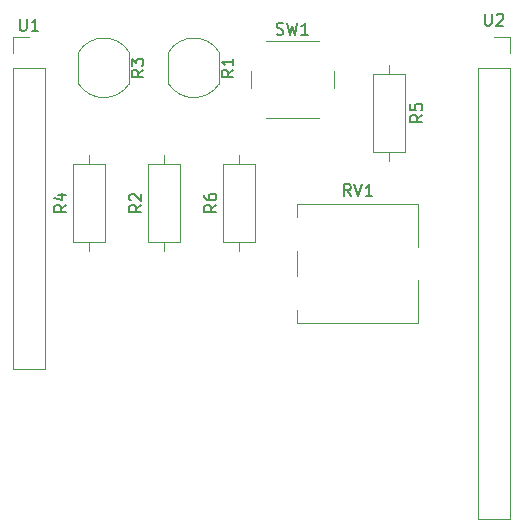
<source format=gbr>
G04 #@! TF.GenerationSoftware,KiCad,Pcbnew,(5.0.1)-4*
G04 #@! TF.CreationDate,2018-12-10T10:09:48+10:00*
G04 #@! TF.ProjectId,timer,74696D65722E6B696361645F70636200,rev?*
G04 #@! TF.SameCoordinates,Original*
G04 #@! TF.FileFunction,Legend,Top*
G04 #@! TF.FilePolarity,Positive*
%FSLAX46Y46*%
G04 Gerber Fmt 4.6, Leading zero omitted, Abs format (unit mm)*
G04 Created by KiCad (PCBNEW (5.0.1)-4) date 10-Dec-18 10:09:48 AM*
%MOMM*%
%LPD*%
G01*
G04 APERTURE LIST*
%ADD10C,0.120000*%
%ADD11C,0.150000*%
G04 APERTURE END LIST*
D10*
G04 #@! TO.C,R1*
X132487856Y-76288027D02*
G75*
G03X136770000Y-76260000I2132144J1378027D01*
G01*
X136754388Y-73584524D02*
G75*
G03X132470000Y-73610000I-2134388J-1325476D01*
G01*
X136770000Y-73610000D02*
X136770000Y-76260000D01*
X132470000Y-73610000D02*
X132470000Y-76260000D01*
G04 #@! TO.C,R2*
X132080000Y-82320000D02*
X132080000Y-83090000D01*
X132080000Y-90400000D02*
X132080000Y-89630000D01*
X130710000Y-83090000D02*
X130710000Y-89630000D01*
X133450000Y-83090000D02*
X130710000Y-83090000D01*
X133450000Y-89630000D02*
X133450000Y-83090000D01*
X130710000Y-89630000D02*
X133450000Y-89630000D01*
G04 #@! TO.C,R3*
X124850000Y-73610000D02*
X124850000Y-76260000D01*
X129150000Y-73610000D02*
X129150000Y-76260000D01*
X129134388Y-73584524D02*
G75*
G03X124850000Y-73610000I-2134388J-1325476D01*
G01*
X124867856Y-76288027D02*
G75*
G03X129150000Y-76260000I2132144J1378027D01*
G01*
G04 #@! TO.C,R4*
X124360000Y-89630000D02*
X127100000Y-89630000D01*
X127100000Y-89630000D02*
X127100000Y-83090000D01*
X127100000Y-83090000D02*
X124360000Y-83090000D01*
X124360000Y-83090000D02*
X124360000Y-89630000D01*
X125730000Y-90400000D02*
X125730000Y-89630000D01*
X125730000Y-82320000D02*
X125730000Y-83090000D01*
G04 #@! TO.C,R5*
X152500000Y-75470000D02*
X149760000Y-75470000D01*
X149760000Y-75470000D02*
X149760000Y-82010000D01*
X149760000Y-82010000D02*
X152500000Y-82010000D01*
X152500000Y-82010000D02*
X152500000Y-75470000D01*
X151130000Y-74700000D02*
X151130000Y-75470000D01*
X151130000Y-82780000D02*
X151130000Y-82010000D01*
G04 #@! TO.C,R6*
X138430000Y-82320000D02*
X138430000Y-83090000D01*
X138430000Y-90400000D02*
X138430000Y-89630000D01*
X137060000Y-83090000D02*
X137060000Y-89630000D01*
X139800000Y-83090000D02*
X137060000Y-83090000D01*
X139800000Y-89630000D02*
X139800000Y-83090000D01*
X137060000Y-89630000D02*
X139800000Y-89630000D01*
G04 #@! TO.C,RV1*
X143390000Y-86459000D02*
X153630000Y-86459000D01*
X143390000Y-96500000D02*
X153630000Y-96500000D01*
X143390000Y-86459000D02*
X143390000Y-87554000D01*
X143390000Y-90406000D02*
X143390000Y-92555000D01*
X143390000Y-95405000D02*
X143390000Y-96500000D01*
X153630000Y-86459000D02*
X153630000Y-90055000D01*
X153630000Y-92905000D02*
X153630000Y-96500000D01*
G04 #@! TO.C,SW1*
X140700000Y-79160000D02*
X145200000Y-79160000D01*
X139450000Y-75160000D02*
X139450000Y-76660000D01*
X145200000Y-72660000D02*
X140700000Y-72660000D01*
X146450000Y-76660000D02*
X146450000Y-75160000D01*
G04 #@! TO.C,U1*
X119320000Y-100390000D02*
X121980000Y-100390000D01*
X119320000Y-74930000D02*
X119320000Y-100390000D01*
X121980000Y-74930000D02*
X121980000Y-100390000D01*
X119320000Y-74930000D02*
X121980000Y-74930000D01*
X119320000Y-73660000D02*
X119320000Y-72330000D01*
X119320000Y-72330000D02*
X120650000Y-72330000D01*
G04 #@! TO.C,U2*
X158690000Y-74930000D02*
X161350000Y-74930000D01*
X158690000Y-74930000D02*
X158690000Y-113090000D01*
X158690000Y-113090000D02*
X161350000Y-113090000D01*
X161350000Y-74930000D02*
X161350000Y-113090000D01*
X161350000Y-72330000D02*
X161350000Y-73660000D01*
X160020000Y-72330000D02*
X161350000Y-72330000D01*
G04 #@! TO.C,R1*
D11*
X137972380Y-75096666D02*
X137496190Y-75430000D01*
X137972380Y-75668095D02*
X136972380Y-75668095D01*
X136972380Y-75287142D01*
X137020000Y-75191904D01*
X137067619Y-75144285D01*
X137162857Y-75096666D01*
X137305714Y-75096666D01*
X137400952Y-75144285D01*
X137448571Y-75191904D01*
X137496190Y-75287142D01*
X137496190Y-75668095D01*
X137972380Y-74144285D02*
X137972380Y-74715714D01*
X137972380Y-74430000D02*
X136972380Y-74430000D01*
X137115238Y-74525238D01*
X137210476Y-74620476D01*
X137258095Y-74715714D01*
G04 #@! TO.C,R2*
X130162380Y-86526666D02*
X129686190Y-86860000D01*
X130162380Y-87098095D02*
X129162380Y-87098095D01*
X129162380Y-86717142D01*
X129210000Y-86621904D01*
X129257619Y-86574285D01*
X129352857Y-86526666D01*
X129495714Y-86526666D01*
X129590952Y-86574285D01*
X129638571Y-86621904D01*
X129686190Y-86717142D01*
X129686190Y-87098095D01*
X129257619Y-86145714D02*
X129210000Y-86098095D01*
X129162380Y-86002857D01*
X129162380Y-85764761D01*
X129210000Y-85669523D01*
X129257619Y-85621904D01*
X129352857Y-85574285D01*
X129448095Y-85574285D01*
X129590952Y-85621904D01*
X130162380Y-86193333D01*
X130162380Y-85574285D01*
G04 #@! TO.C,R3*
X130352380Y-75096666D02*
X129876190Y-75430000D01*
X130352380Y-75668095D02*
X129352380Y-75668095D01*
X129352380Y-75287142D01*
X129400000Y-75191904D01*
X129447619Y-75144285D01*
X129542857Y-75096666D01*
X129685714Y-75096666D01*
X129780952Y-75144285D01*
X129828571Y-75191904D01*
X129876190Y-75287142D01*
X129876190Y-75668095D01*
X129352380Y-74763333D02*
X129352380Y-74144285D01*
X129733333Y-74477619D01*
X129733333Y-74334761D01*
X129780952Y-74239523D01*
X129828571Y-74191904D01*
X129923809Y-74144285D01*
X130161904Y-74144285D01*
X130257142Y-74191904D01*
X130304761Y-74239523D01*
X130352380Y-74334761D01*
X130352380Y-74620476D01*
X130304761Y-74715714D01*
X130257142Y-74763333D01*
G04 #@! TO.C,R4*
X123812380Y-86526666D02*
X123336190Y-86860000D01*
X123812380Y-87098095D02*
X122812380Y-87098095D01*
X122812380Y-86717142D01*
X122860000Y-86621904D01*
X122907619Y-86574285D01*
X123002857Y-86526666D01*
X123145714Y-86526666D01*
X123240952Y-86574285D01*
X123288571Y-86621904D01*
X123336190Y-86717142D01*
X123336190Y-87098095D01*
X123145714Y-85669523D02*
X123812380Y-85669523D01*
X122764761Y-85907619D02*
X123479047Y-86145714D01*
X123479047Y-85526666D01*
G04 #@! TO.C,R5*
X153952380Y-78906666D02*
X153476190Y-79240000D01*
X153952380Y-79478095D02*
X152952380Y-79478095D01*
X152952380Y-79097142D01*
X153000000Y-79001904D01*
X153047619Y-78954285D01*
X153142857Y-78906666D01*
X153285714Y-78906666D01*
X153380952Y-78954285D01*
X153428571Y-79001904D01*
X153476190Y-79097142D01*
X153476190Y-79478095D01*
X152952380Y-78001904D02*
X152952380Y-78478095D01*
X153428571Y-78525714D01*
X153380952Y-78478095D01*
X153333333Y-78382857D01*
X153333333Y-78144761D01*
X153380952Y-78049523D01*
X153428571Y-78001904D01*
X153523809Y-77954285D01*
X153761904Y-77954285D01*
X153857142Y-78001904D01*
X153904761Y-78049523D01*
X153952380Y-78144761D01*
X153952380Y-78382857D01*
X153904761Y-78478095D01*
X153857142Y-78525714D01*
G04 #@! TO.C,R6*
X136512380Y-86526666D02*
X136036190Y-86860000D01*
X136512380Y-87098095D02*
X135512380Y-87098095D01*
X135512380Y-86717142D01*
X135560000Y-86621904D01*
X135607619Y-86574285D01*
X135702857Y-86526666D01*
X135845714Y-86526666D01*
X135940952Y-86574285D01*
X135988571Y-86621904D01*
X136036190Y-86717142D01*
X136036190Y-87098095D01*
X135512380Y-85669523D02*
X135512380Y-85860000D01*
X135560000Y-85955238D01*
X135607619Y-86002857D01*
X135750476Y-86098095D01*
X135940952Y-86145714D01*
X136321904Y-86145714D01*
X136417142Y-86098095D01*
X136464761Y-86050476D01*
X136512380Y-85955238D01*
X136512380Y-85764761D01*
X136464761Y-85669523D01*
X136417142Y-85621904D01*
X136321904Y-85574285D01*
X136083809Y-85574285D01*
X135988571Y-85621904D01*
X135940952Y-85669523D01*
X135893333Y-85764761D01*
X135893333Y-85955238D01*
X135940952Y-86050476D01*
X135988571Y-86098095D01*
X136083809Y-86145714D01*
G04 #@! TO.C,RV1*
X147914761Y-85782380D02*
X147581428Y-85306190D01*
X147343333Y-85782380D02*
X147343333Y-84782380D01*
X147724285Y-84782380D01*
X147819523Y-84830000D01*
X147867142Y-84877619D01*
X147914761Y-84972857D01*
X147914761Y-85115714D01*
X147867142Y-85210952D01*
X147819523Y-85258571D01*
X147724285Y-85306190D01*
X147343333Y-85306190D01*
X148200476Y-84782380D02*
X148533809Y-85782380D01*
X148867142Y-84782380D01*
X149724285Y-85782380D02*
X149152857Y-85782380D01*
X149438571Y-85782380D02*
X149438571Y-84782380D01*
X149343333Y-84925238D01*
X149248095Y-85020476D01*
X149152857Y-85068095D01*
G04 #@! TO.C,SW1*
X141616666Y-72064761D02*
X141759523Y-72112380D01*
X141997619Y-72112380D01*
X142092857Y-72064761D01*
X142140476Y-72017142D01*
X142188095Y-71921904D01*
X142188095Y-71826666D01*
X142140476Y-71731428D01*
X142092857Y-71683809D01*
X141997619Y-71636190D01*
X141807142Y-71588571D01*
X141711904Y-71540952D01*
X141664285Y-71493333D01*
X141616666Y-71398095D01*
X141616666Y-71302857D01*
X141664285Y-71207619D01*
X141711904Y-71160000D01*
X141807142Y-71112380D01*
X142045238Y-71112380D01*
X142188095Y-71160000D01*
X142521428Y-71112380D02*
X142759523Y-72112380D01*
X142950000Y-71398095D01*
X143140476Y-72112380D01*
X143378571Y-71112380D01*
X144283333Y-72112380D02*
X143711904Y-72112380D01*
X143997619Y-72112380D02*
X143997619Y-71112380D01*
X143902380Y-71255238D01*
X143807142Y-71350476D01*
X143711904Y-71398095D01*
G04 #@! TO.C,U1*
X119888095Y-70782380D02*
X119888095Y-71591904D01*
X119935714Y-71687142D01*
X119983333Y-71734761D01*
X120078571Y-71782380D01*
X120269047Y-71782380D01*
X120364285Y-71734761D01*
X120411904Y-71687142D01*
X120459523Y-71591904D01*
X120459523Y-70782380D01*
X121459523Y-71782380D02*
X120888095Y-71782380D01*
X121173809Y-71782380D02*
X121173809Y-70782380D01*
X121078571Y-70925238D01*
X120983333Y-71020476D01*
X120888095Y-71068095D01*
G04 #@! TO.C,U2*
X159258095Y-70342380D02*
X159258095Y-71151904D01*
X159305714Y-71247142D01*
X159353333Y-71294761D01*
X159448571Y-71342380D01*
X159639047Y-71342380D01*
X159734285Y-71294761D01*
X159781904Y-71247142D01*
X159829523Y-71151904D01*
X159829523Y-70342380D01*
X160258095Y-70437619D02*
X160305714Y-70390000D01*
X160400952Y-70342380D01*
X160639047Y-70342380D01*
X160734285Y-70390000D01*
X160781904Y-70437619D01*
X160829523Y-70532857D01*
X160829523Y-70628095D01*
X160781904Y-70770952D01*
X160210476Y-71342380D01*
X160829523Y-71342380D01*
G04 #@! TD*
M02*

</source>
